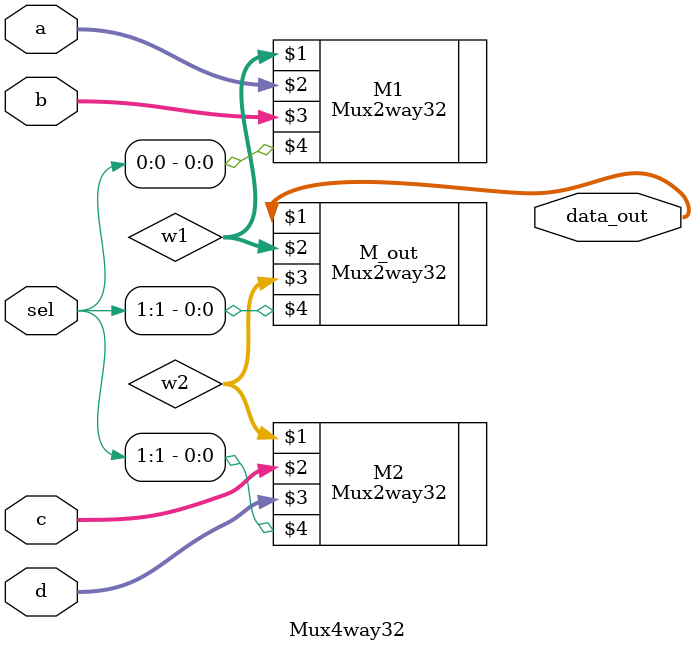
<source format=v>
/**
  * Mux 4x1 routes 32 bit
  *
  * Output Ports: 
  * 	-data_out: 32 bit 
  *
  * Input ports: 
  * 	-a: 32 bit to be routed according to sel
  *		-b: 32 bit to be routed according to sel
  *		-c: 32 bit to be routed according to sel
  *		-d: 32 bit to be routed according to sel
  *		-sel: 2 bit signal to chose between a or b (00 selects a, 01 selects b, 10 selects c, 11 selects d)
  *
  * Built using three 2X1 Mux
  *
  */

module Mux4way32(data_out, a, b, c, d, sel);

	output[31:0] data_out; 
	input wire[31:0] a, b, c, d;
	input wire[1:0] sel;
	wire[31:0]  w1, w2; // w1 = M1.data_out w2 = M2.data_out

	Mux2way32 M1(w1[31:0], a[31:0], b[31:0], sel[0]);
	Mux2way32 M2(w2[31:0], c[31:0], d[31:0], sel[1]);
	Mux2way32 M_out(data_out[31:0], w1[31:0], w2[31:0], sel[1]);

endmodule
</source>
